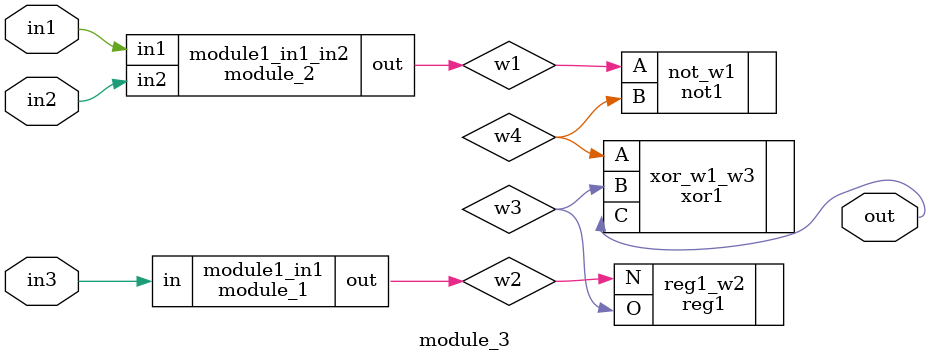
<source format=v>
module module_1  (in, out);
	input in;
	output out;
	wire w1, w2, w2, w3, w4, w5, w6, w7, w8, w9, w10, w11, w12;
	not1 not_in (  .A(in), .B(w1));
	or1 or_w1_in ( .A(w1), .B(in), .C(w2));
	xor1 xor_w2_w2 ( .A(w2), .B(w2), .C(w3));
	reg2 reg1_w3 ( .N(w3), .O(w4));
	not1 not_w4 ( .A(w4), .B(w5));
	and1 and_w5_in ( .A(w5), .B(in), .C(w6));
	reg2 reg2_w6 ( .N(w6), .O(w7));
	not1 not_w7 ( .A(w7), .B(w8));
	reg2 reg3_w8 ( .N(w8), .O(w9));
	not1 not_w9 ( .A(w9), .B(w10));
	not1 not_w10 ( .A(w10), .B(w11));
	not1 not_w11 ( .A(w11), .B(w12));
	reg2 reg4_w12 ( .N(w12), .O(out));	
endmodule

module module_2 (in1, in2, out);
	input in1, in2;
	output out;
	wire w1, w2;
	module_1 module1_in1 ( .in(in1), .out(w1));	
	module_1 module1_in2 ( .in(in2), .out(w2));	
	or1 or_w1_w2 ( .A(w1), .B(w2), .C(out));
endmodule

module module_3 (in1 , in2, in3, out);
	input in1 , in2, in3;
	output out;
	wire w1, w2 , w3 , w4;
    module_2 module1_in1_in2 ( .in1(in1), .in2(in2), .out(w1));	
	module_1 module1_in1 ( .in(in3), .out(w2));	
    reg1 reg1_w2 ( .N(w2), .O(w3));
	not1 not_w1 ( .A(w1), .B(w4));
	xor1 xor_w1_w3 ( .A(w4), .B(w3), .C(out));
endmodule
</source>
